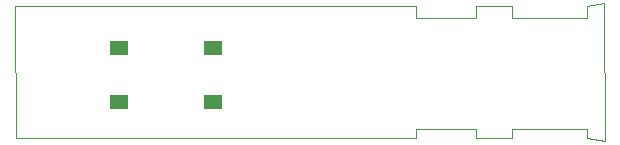
<source format=gbp>
G04 #@! TF.GenerationSoftware,KiCad,Pcbnew,6.0.7-f9a2dced07~116~ubuntu20.04.1*
G04 #@! TF.CreationDate,2022-09-06T19:45:12+02:00*
G04 #@! TF.ProjectId,wled-lion,776c6564-2d6c-4696-9f6e-2e6b69636164,rev?*
G04 #@! TF.SameCoordinates,Original*
G04 #@! TF.FileFunction,Paste,Bot*
G04 #@! TF.FilePolarity,Positive*
%FSLAX46Y46*%
G04 Gerber Fmt 4.6, Leading zero omitted, Abs format (unit mm)*
G04 Created by KiCad (PCBNEW 6.0.7-f9a2dced07~116~ubuntu20.04.1) date 2022-09-06 19:45:12*
%MOMM*%
%LPD*%
G01*
G04 APERTURE LIST*
G04 #@! TA.AperFunction,Profile*
%ADD10C,0.050000*%
G04 #@! TD*
%ADD11R,1.550000X1.300000*%
G04 APERTURE END LIST*
D10*
X182372000Y-84582000D02*
X148450000Y-84550000D01*
X198350000Y-84328000D02*
X198374000Y-96012000D01*
X190500000Y-85598000D02*
X196850000Y-85598000D01*
X190500000Y-94996000D02*
X196850000Y-94996000D01*
X182372000Y-95758000D02*
X182372000Y-94996000D01*
X148450000Y-84550000D02*
X148500000Y-95758000D01*
X187452000Y-94996000D02*
X187452000Y-95758000D01*
X190500000Y-84582000D02*
X190500000Y-85598000D01*
X182372000Y-85598000D02*
X187452000Y-85598000D01*
X187452000Y-95758000D02*
X190500000Y-95758000D01*
X182372000Y-85598000D02*
X182372000Y-84582000D01*
X187452000Y-85598000D02*
X187452000Y-84582000D01*
X198350000Y-84328000D02*
X196850000Y-84582000D01*
X196850000Y-94996000D02*
X196850000Y-95758000D01*
X187452000Y-84582000D02*
X190500000Y-84582000D01*
X196850000Y-95758000D02*
X198374000Y-96012000D01*
X182372000Y-94996000D02*
X187452000Y-94996000D01*
X190500000Y-95758000D02*
X190500000Y-94996000D01*
X196850000Y-84582000D02*
X196850000Y-85598000D01*
X148500000Y-95758000D02*
X182372000Y-95758000D01*
D11*
X165239000Y-88148000D03*
X157289000Y-88148000D03*
X157289000Y-92648000D03*
X165239000Y-92648000D03*
M02*

</source>
